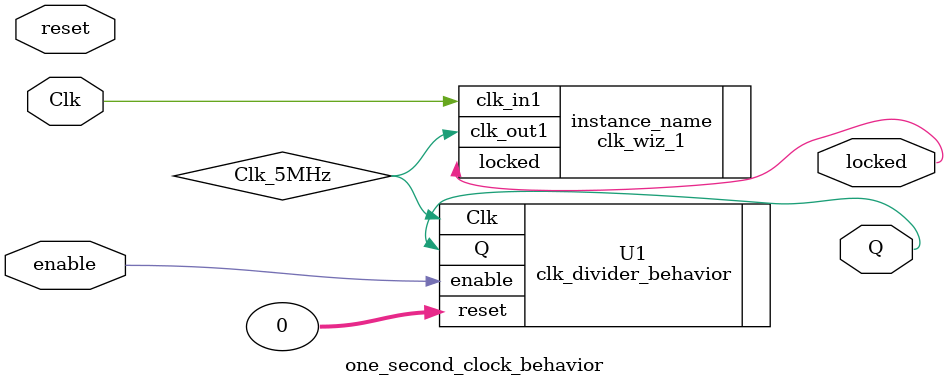
<source format=v>
`timescale 1ns / 1ps

module one_second_clock_behavior(
    input Clk,
    input reset,
    input enable,
    output locked,
    output Q
    );
    
       wire Q;

       // clock generator instantiation
        clk_wiz_1 instance_name
        (
        // Clock in ports
         .clk_in1(Clk),      // input clk_in1
         // Clock out ports
         .clk_out1(Clk_5MHz),     // output clk_out1
         // Status and control signals
//         .reset(reset), // input reset
         .locked(locked)); 

       // clock divider instantiation
       clk_divider_behavior U1 (.Clk(Clk_5MHz), .reset(0), .enable(enable), .Q(Q));

endmodule

</source>
